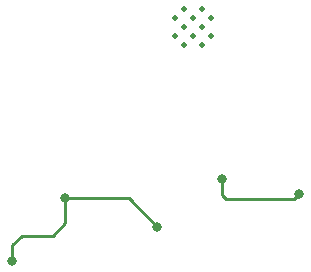
<source format=gbr>
%TF.GenerationSoftware,KiCad,Pcbnew,(6.0.8)*%
%TF.CreationDate,2023-05-25T13:10:06+01:00*%
%TF.ProjectId,BlueRetro_Universal_HW1,426c7565-5265-4747-926f-5f556e697665,rev?*%
%TF.SameCoordinates,Original*%
%TF.FileFunction,Copper,L2,Bot*%
%TF.FilePolarity,Positive*%
%FSLAX46Y46*%
G04 Gerber Fmt 4.6, Leading zero omitted, Abs format (unit mm)*
G04 Created by KiCad (PCBNEW (6.0.8)) date 2023-05-25 13:10:06*
%MOMM*%
%LPD*%
G01*
G04 APERTURE LIST*
%TA.AperFunction,ComponentPad*%
%ADD10C,0.475000*%
%TD*%
%TA.AperFunction,ViaPad*%
%ADD11C,0.800000*%
%TD*%
%TA.AperFunction,Conductor*%
%ADD12C,0.250000*%
%TD*%
G04 APERTURE END LIST*
D10*
%TO.P,U2,39,GND*%
%TO.N,GND*%
X148901100Y-47375400D03*
X148138600Y-46612900D03*
X148138600Y-48137900D03*
X149663600Y-46612900D03*
X148901100Y-48900400D03*
X147376100Y-47375400D03*
X147376100Y-48900400D03*
X148901100Y-45850400D03*
X146613600Y-48137900D03*
X147376100Y-45850400D03*
X149663600Y-48137900D03*
X146613600Y-46612900D03*
%TD*%
D11*
%TO.N,+5V*%
X137326400Y-61849400D03*
X145110200Y-64262000D03*
X132816600Y-67157600D03*
%TO.N,+3V3*%
X150545800Y-60223400D03*
X157073600Y-61518800D03*
%TD*%
D12*
%TO.N,+5V*%
X137326400Y-63968600D02*
X137326400Y-61849400D01*
X136271000Y-65024000D02*
X137326400Y-63968600D01*
X145110200Y-64262000D02*
X142697600Y-61849400D01*
X132816600Y-67157600D02*
X132816600Y-65836800D01*
X133629400Y-65024000D02*
X136271000Y-65024000D01*
X142697600Y-61849400D02*
X137326400Y-61849400D01*
X132816600Y-65836800D02*
X133629400Y-65024000D01*
%TO.N,+3V3*%
X156667200Y-61925200D02*
X157073600Y-61518800D01*
X150545800Y-61569600D02*
X150901400Y-61925200D01*
X150545800Y-60223400D02*
X150545800Y-61569600D01*
X150901400Y-61925200D02*
X156667200Y-61925200D01*
%TD*%
M02*

</source>
